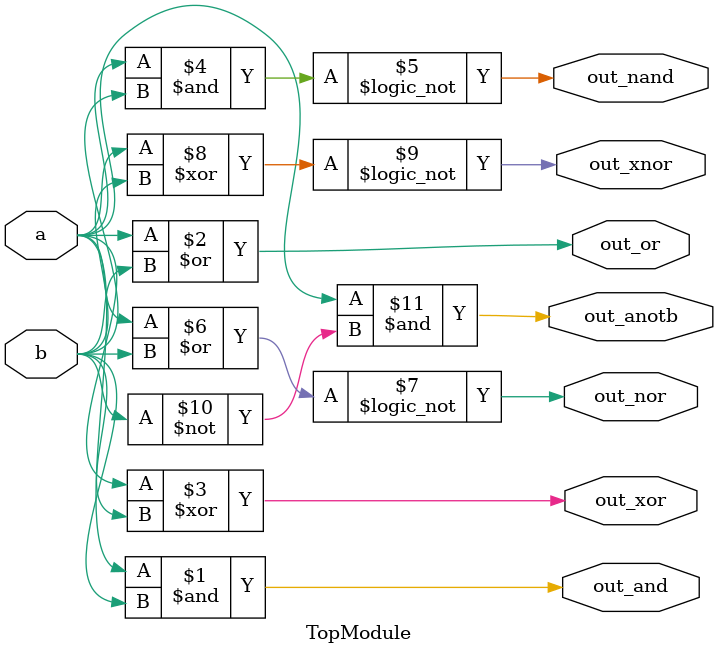
<source format=sv>

module TopModule (
  input a,
  input b,
  output out_and,
  output out_or,
  output out_xor,
  output out_nand,
  output out_nor,
  output out_xnor,
  output out_anotb
);

// Assign each output to the corresponding logic gate result
assign out_and = a & b;
assign out_or = a | b;
assign out_xor = a ^ b;
assign out_nand = !(a & b);
assign out_nor = !(a | b);
assign out_xnor = !(a ^ b);
assign out_anotb = a & (~b);

endmodule

// VERILOG-EVAL: errant inclusion of module definition

</source>
